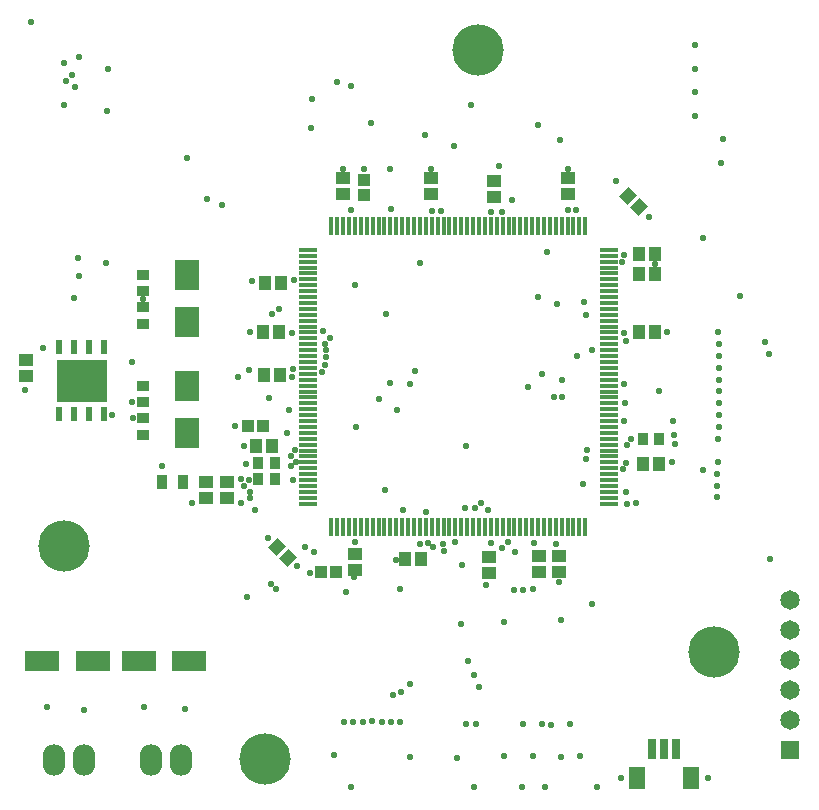
<source format=gts>
G04*
G04 #@! TF.GenerationSoftware,Altium Limited,Altium Designer,23.3.1 (30)*
G04*
G04 Layer_Color=8388736*
%FSLAX44Y44*%
%MOMM*%
G71*
G04*
G04 #@! TF.SameCoordinates,1E3CE245-77AB-4D3B-BECC-05931035AD6D*
G04*
G04*
G04 #@! TF.FilePolarity,Negative*
G04*
G01*
G75*
%ADD31R,1.1500X1.0500*%
%ADD32R,1.0500X1.1500*%
%ADD33R,1.0000X1.1000*%
%ADD34R,1.3500X1.9500*%
%ADD35R,0.7500X1.7000*%
%ADD36R,0.9500X1.0500*%
%ADD37R,1.0500X0.9500*%
%ADD38R,2.1500X2.5500*%
%ADD39R,4.2000X3.6000*%
%ADD40R,0.6000X1.2000*%
%ADD41R,2.9500X1.7500*%
%ADD42R,1.6000X0.4500*%
%ADD43R,0.4500X1.6000*%
%ADD44R,0.9100X1.2800*%
%ADD45R,1.1000X1.0000*%
G04:AMPARAMS|DCode=46|XSize=1.15mm|YSize=1.05mm|CornerRadius=0mm|HoleSize=0mm|Usage=FLASHONLY|Rotation=45.000|XOffset=0mm|YOffset=0mm|HoleType=Round|Shape=Rectangle|*
%AMROTATEDRECTD46*
4,1,4,-0.0354,-0.7778,-0.7778,-0.0354,0.0354,0.7778,0.7778,0.0354,-0.0354,-0.7778,0.0*
%
%ADD46ROTATEDRECTD46*%

%ADD47C,4.3500*%
%ADD48R,1.6500X1.6500*%
%ADD49C,1.6500*%
%ADD50O,1.9000X2.6500*%
%ADD51C,0.5500*%
D31*
X468630Y211220D02*
D03*
Y197720D02*
D03*
X409194Y197320D02*
D03*
Y210820D02*
D03*
X295656Y213398D02*
D03*
Y199898D02*
D03*
X476250Y517760D02*
D03*
Y531260D02*
D03*
X169926Y273958D02*
D03*
Y260458D02*
D03*
X285750Y531260D02*
D03*
Y517760D02*
D03*
X452120Y211220D02*
D03*
Y197720D02*
D03*
X17780Y363950D02*
D03*
Y377450D02*
D03*
X414020Y529120D02*
D03*
Y515620D02*
D03*
X360680Y531260D02*
D03*
Y517760D02*
D03*
X187706Y260458D02*
D03*
Y273958D02*
D03*
D32*
X338328Y208534D02*
D03*
X351828D02*
D03*
X540220Y289560D02*
D03*
X553720D02*
D03*
X233572Y442722D02*
D03*
X220072D02*
D03*
X225444Y304800D02*
D03*
X211944D02*
D03*
X549802Y450596D02*
D03*
X536302D02*
D03*
X549802Y467106D02*
D03*
X536302D02*
D03*
X550310Y401320D02*
D03*
X536810D02*
D03*
X218656Y364744D02*
D03*
X232156D02*
D03*
X218040Y401320D02*
D03*
X231540D02*
D03*
D33*
X266908Y198120D02*
D03*
X279908D02*
D03*
X205440Y321310D02*
D03*
X218440D02*
D03*
D34*
X580530Y23140D02*
D03*
X534530D02*
D03*
D35*
X567530Y48390D02*
D03*
X557530D02*
D03*
X547530D02*
D03*
D36*
X553750Y310896D02*
D03*
X539750D02*
D03*
X214234Y276860D02*
D03*
X228234D02*
D03*
X214234Y290068D02*
D03*
X228234D02*
D03*
D37*
X116840Y435610D02*
D03*
Y449610D02*
D03*
Y422290D02*
D03*
Y408290D02*
D03*
Y341600D02*
D03*
Y355600D02*
D03*
Y328310D02*
D03*
Y314310D02*
D03*
D38*
X153670Y355280D02*
D03*
Y315280D02*
D03*
Y449260D02*
D03*
Y409260D02*
D03*
D39*
X64770Y359830D02*
D03*
D40*
X45720Y388330D02*
D03*
X58420D02*
D03*
X71120D02*
D03*
X83820D02*
D03*
Y331330D02*
D03*
X71120D02*
D03*
X58420D02*
D03*
X45720D02*
D03*
D41*
X155866Y122428D02*
D03*
X112866D02*
D03*
X73824Y122174D02*
D03*
X30824D02*
D03*
D42*
X256290Y470720D02*
D03*
Y465720D02*
D03*
Y460720D02*
D03*
Y455720D02*
D03*
Y450720D02*
D03*
Y445720D02*
D03*
Y440720D02*
D03*
Y435720D02*
D03*
Y430720D02*
D03*
Y425720D02*
D03*
Y420720D02*
D03*
Y415720D02*
D03*
Y410720D02*
D03*
Y405720D02*
D03*
Y400720D02*
D03*
Y395720D02*
D03*
Y390720D02*
D03*
Y385720D02*
D03*
Y380720D02*
D03*
Y375720D02*
D03*
Y370720D02*
D03*
Y365720D02*
D03*
Y360720D02*
D03*
Y355720D02*
D03*
Y350720D02*
D03*
Y345720D02*
D03*
Y340720D02*
D03*
Y335720D02*
D03*
Y330720D02*
D03*
Y325720D02*
D03*
Y320720D02*
D03*
Y315720D02*
D03*
Y310720D02*
D03*
Y305720D02*
D03*
Y300720D02*
D03*
Y295720D02*
D03*
Y290720D02*
D03*
Y285720D02*
D03*
Y280720D02*
D03*
Y275720D02*
D03*
Y270720D02*
D03*
Y265720D02*
D03*
Y260720D02*
D03*
Y255720D02*
D03*
X510790D02*
D03*
Y260720D02*
D03*
Y265720D02*
D03*
Y270720D02*
D03*
Y275720D02*
D03*
Y280720D02*
D03*
Y285720D02*
D03*
Y290720D02*
D03*
Y295720D02*
D03*
Y300720D02*
D03*
Y305720D02*
D03*
Y310720D02*
D03*
Y315720D02*
D03*
Y320720D02*
D03*
Y325720D02*
D03*
Y330720D02*
D03*
Y335720D02*
D03*
Y340720D02*
D03*
Y345720D02*
D03*
Y350720D02*
D03*
Y355720D02*
D03*
Y360720D02*
D03*
Y365720D02*
D03*
Y370720D02*
D03*
Y375720D02*
D03*
Y380720D02*
D03*
Y385720D02*
D03*
Y390720D02*
D03*
Y395720D02*
D03*
Y400720D02*
D03*
Y405720D02*
D03*
Y410720D02*
D03*
Y415720D02*
D03*
Y420720D02*
D03*
Y425720D02*
D03*
Y430720D02*
D03*
Y435720D02*
D03*
Y440720D02*
D03*
Y445720D02*
D03*
Y450720D02*
D03*
Y455720D02*
D03*
Y460720D02*
D03*
Y465720D02*
D03*
Y470720D02*
D03*
D43*
X276040Y235970D02*
D03*
X281040D02*
D03*
X286040D02*
D03*
X291040D02*
D03*
X296040D02*
D03*
X301040D02*
D03*
X306040D02*
D03*
X311040D02*
D03*
X316040D02*
D03*
X321040D02*
D03*
X326040D02*
D03*
X331040D02*
D03*
X336040D02*
D03*
X341040D02*
D03*
X346040D02*
D03*
X351040D02*
D03*
X356040D02*
D03*
X361040D02*
D03*
X366040D02*
D03*
X371040D02*
D03*
X376040D02*
D03*
X381040D02*
D03*
X386040D02*
D03*
X391040D02*
D03*
X396040D02*
D03*
X401040D02*
D03*
X406040D02*
D03*
X411040D02*
D03*
X416040D02*
D03*
X421040D02*
D03*
X426040D02*
D03*
X431040D02*
D03*
X436040D02*
D03*
X441040D02*
D03*
X446040D02*
D03*
X451040D02*
D03*
X456040D02*
D03*
X461040D02*
D03*
X466040D02*
D03*
X471040D02*
D03*
X476040D02*
D03*
X481040D02*
D03*
X486040D02*
D03*
X491040D02*
D03*
Y490470D02*
D03*
X486040D02*
D03*
X481040D02*
D03*
X476040D02*
D03*
X471040D02*
D03*
X466040D02*
D03*
X461040D02*
D03*
X456040D02*
D03*
X451040D02*
D03*
X446040D02*
D03*
X441040D02*
D03*
X436040D02*
D03*
X431040D02*
D03*
X426040D02*
D03*
X421040D02*
D03*
X416040D02*
D03*
X411040D02*
D03*
X406040D02*
D03*
X401040D02*
D03*
X396040D02*
D03*
X391040D02*
D03*
X386040D02*
D03*
X381040D02*
D03*
X376040D02*
D03*
X371040D02*
D03*
X366040D02*
D03*
X361040D02*
D03*
X356040D02*
D03*
X351040D02*
D03*
X346040D02*
D03*
X341040D02*
D03*
X336040D02*
D03*
X331040D02*
D03*
X326040D02*
D03*
X321040D02*
D03*
X316040D02*
D03*
X311040D02*
D03*
X306040D02*
D03*
X301040D02*
D03*
X296040D02*
D03*
X291040D02*
D03*
X286040D02*
D03*
X281040D02*
D03*
X276040D02*
D03*
D44*
X132614Y273812D02*
D03*
X150114D02*
D03*
D45*
X303530Y529890D02*
D03*
Y516890D02*
D03*
D46*
X527357Y516583D02*
D03*
X536903Y507037D02*
D03*
X230177Y219403D02*
D03*
X239723Y209857D02*
D03*
D47*
X400000Y640000D02*
D03*
X600000Y130000D02*
D03*
X50000Y220000D02*
D03*
X220000Y40000D02*
D03*
D48*
X664464Y46990D02*
D03*
D49*
Y72390D02*
D03*
Y97790D02*
D03*
Y123190D02*
D03*
Y148590D02*
D03*
Y173990D02*
D03*
D50*
X122936Y38608D02*
D03*
X148336D02*
D03*
X40894Y38354D02*
D03*
X66294D02*
D03*
D51*
X355092Y567690D02*
D03*
X62484Y448818D02*
D03*
X50038Y629158D02*
D03*
X222504Y226822D02*
D03*
X258064Y197358D02*
D03*
X295402Y193294D02*
D03*
X408940Y250190D02*
D03*
X356108Y248412D02*
D03*
X330962Y208280D02*
D03*
X409448Y196850D02*
D03*
X468630Y189738D02*
D03*
X522732Y284734D02*
D03*
X525526Y290322D02*
D03*
X564642Y290830D02*
D03*
X566420Y313690D02*
D03*
X523748Y325628D02*
D03*
X523494Y356870D02*
D03*
X525272Y393192D02*
D03*
X560578Y401066D02*
D03*
X522224Y459994D02*
D03*
X549802Y458851D02*
D03*
X483362Y504444D02*
D03*
X475996D02*
D03*
X420116Y502920D02*
D03*
X368554Y503936D02*
D03*
X516890Y529336D02*
D03*
X476250Y539496D02*
D03*
X417576Y541274D02*
D03*
X360172Y538734D02*
D03*
X285496Y538988D02*
D03*
X209042Y443992D02*
D03*
X107950Y328168D02*
D03*
X116840Y429006D02*
D03*
X268732Y402082D02*
D03*
X206756Y401066D02*
D03*
X243586Y369824D02*
D03*
X206502Y369062D02*
D03*
X241577Y287394D02*
D03*
X245872Y290830D02*
D03*
X242062Y296164D02*
D03*
X244856Y301244D02*
D03*
X202184Y304546D02*
D03*
X203962Y289560D02*
D03*
X206248Y276098D02*
D03*
X199390Y256032D02*
D03*
X157988Y256540D02*
D03*
X106934Y341630D02*
D03*
X89916Y330962D02*
D03*
X65024Y359664D02*
D03*
X16510Y352044D02*
D03*
X58420Y429514D02*
D03*
X85344Y459232D02*
D03*
X86106Y588518D02*
D03*
X259545Y598625D02*
D03*
X86868Y623824D02*
D03*
X21590Y663194D02*
D03*
X325882Y538988D02*
D03*
X607568Y564134D02*
D03*
X622046Y431292D02*
D03*
X603758Y401066D02*
D03*
X604266Y370840D02*
D03*
X604012Y340614D02*
D03*
X553466Y351282D02*
D03*
X565150Y326136D02*
D03*
X567182Y306070D02*
D03*
X603504Y310896D02*
D03*
X602234Y280670D02*
D03*
X647192Y208788D02*
D03*
X447294Y222504D02*
D03*
X386842Y203962D02*
D03*
X288036Y181102D02*
D03*
X385572Y153670D02*
D03*
X422402Y155194D02*
D03*
X470408Y157226D02*
D03*
X496570Y170942D02*
D03*
X594868Y23368D02*
D03*
X521208Y23114D02*
D03*
X501142Y15494D02*
D03*
X456946Y15748D02*
D03*
X446532Y41910D02*
D03*
X437642Y15748D02*
D03*
X398272Y69596D02*
D03*
X396748Y16002D02*
D03*
X292608Y15748D02*
D03*
X117094Y83312D02*
D03*
X35052D02*
D03*
X199390Y276860D02*
D03*
X132842Y287782D02*
D03*
X61468Y464058D02*
D03*
X31496Y387604D02*
D03*
X194564Y321564D02*
D03*
X243078Y363220D02*
D03*
Y400558D02*
D03*
X244602Y444754D02*
D03*
X326156Y505022D02*
D03*
X304038Y538734D02*
D03*
X292862Y504190D02*
D03*
X361040Y503935D02*
D03*
X411226Y502412D02*
D03*
X606298Y544322D02*
D03*
X591058Y480314D02*
D03*
X545338Y498348D02*
D03*
X524002Y466344D02*
D03*
X523748Y400558D02*
D03*
X524256Y340614D02*
D03*
X529844Y310896D02*
D03*
X526542Y305562D02*
D03*
X602488Y271018D02*
D03*
X602742Y261112D02*
D03*
X466415Y221996D02*
D03*
X410972Y222758D02*
D03*
X362255Y219417D02*
D03*
X351028Y221996D02*
D03*
X357886Y222758D02*
D03*
X296164Y223520D02*
D03*
X246634Y202946D02*
D03*
X406979Y186690D02*
D03*
X446786Y183388D02*
D03*
X486156Y41910D02*
D03*
X470408Y41148D02*
D03*
X422402Y41910D02*
D03*
X382270Y40132D02*
D03*
X278291Y42771D02*
D03*
X151892Y82296D02*
D03*
X66609Y81328D02*
D03*
X646430Y382524D02*
D03*
X642874Y392684D02*
D03*
X604520Y391160D02*
D03*
Y381000D02*
D03*
Y360680D02*
D03*
Y351028D02*
D03*
X351282Y459740D02*
D03*
X490024Y426287D02*
D03*
X467106Y425196D02*
D03*
X488950Y272796D02*
D03*
X316484Y344424D02*
D03*
X322329Y416563D02*
D03*
X297049Y320877D02*
D03*
X526288Y255778D02*
D03*
X525526Y265684D02*
D03*
X325832Y357573D02*
D03*
X321310Y267716D02*
D03*
X292354Y609346D02*
D03*
X280924Y612902D02*
D03*
X254000Y219019D02*
D03*
X62345Y634014D02*
D03*
X261112Y214884D02*
D03*
X243332Y275590D02*
D03*
X56388Y618998D02*
D03*
X337058Y250698D02*
D03*
X211074D02*
D03*
X240163Y335365D02*
D03*
X51562Y613918D02*
D03*
X231306Y420457D02*
D03*
X226060Y416052D02*
D03*
X59182Y608838D02*
D03*
X49784Y593344D02*
D03*
X429040Y512943D02*
D03*
X450755Y430879D02*
D03*
X458978Y468884D02*
D03*
X394208Y593344D02*
D03*
X380238Y558546D02*
D03*
X309626Y577850D02*
D03*
X258826Y573786D02*
D03*
X496570Y385572D02*
D03*
X484124Y380746D02*
D03*
X204216Y176530D02*
D03*
X469900Y563880D02*
D03*
X451358Y576072D02*
D03*
X153416Y548640D02*
D03*
X491588Y415642D02*
D03*
X471678Y346456D02*
D03*
X464559Y345963D02*
D03*
X471170Y360426D02*
D03*
X295727Y441146D02*
D03*
X183388Y509016D02*
D03*
X331216Y334772D02*
D03*
X224536Y187960D02*
D03*
X229108Y183642D02*
D03*
X170753Y513748D02*
D03*
X206756Y265938D02*
D03*
X207572Y260499D02*
D03*
X202438Y270510D02*
D03*
X107442Y376103D02*
D03*
X346710Y367792D02*
D03*
X342392Y357124D02*
D03*
X271272Y379984D02*
D03*
X222891Y345549D02*
D03*
X196694Y363371D02*
D03*
X491236Y293370D02*
D03*
X478282Y68834D02*
D03*
X492358Y300983D02*
D03*
X462280Y68580D02*
D03*
X454313Y365943D02*
D03*
X454152Y68834D02*
D03*
X442722Y354330D02*
D03*
X438333Y182626D02*
D03*
X430276D02*
D03*
X438404Y69342D02*
D03*
X391905Y122405D02*
D03*
X396748Y110998D02*
D03*
X401320Y100838D02*
D03*
X390398Y69596D02*
D03*
X342419Y103042D02*
D03*
X238888Y315848D02*
D03*
X328422Y93980D02*
D03*
X334264Y183134D02*
D03*
X334996Y95984D02*
D03*
X342392Y41402D02*
D03*
X403098Y256286D02*
D03*
X334264Y70612D02*
D03*
X398018Y251714D02*
D03*
X380929Y223266D02*
D03*
X326644Y70866D02*
D03*
X389199Y252222D02*
D03*
X318516Y71120D02*
D03*
X275082Y395732D02*
D03*
X310134Y71374D02*
D03*
X271780Y385572D02*
D03*
X270925Y391067D02*
D03*
X302514Y71120D02*
D03*
X294386Y70612D02*
D03*
X286512Y71120D02*
D03*
X271041Y373380D02*
D03*
X267716Y367284D02*
D03*
X370840Y221996D02*
D03*
X371348Y215646D02*
D03*
X389636Y304546D02*
D03*
X584200Y584200D02*
D03*
Y604520D02*
D03*
Y623570D02*
D03*
Y643890D02*
D03*
X604520Y320548D02*
D03*
X604266Y330708D02*
D03*
X603758Y290830D02*
D03*
X590296Y283972D02*
D03*
X533908Y256286D02*
D03*
X420878Y218440D02*
D03*
X425450Y223266D02*
D03*
X431292Y214884D02*
D03*
M02*

</source>
